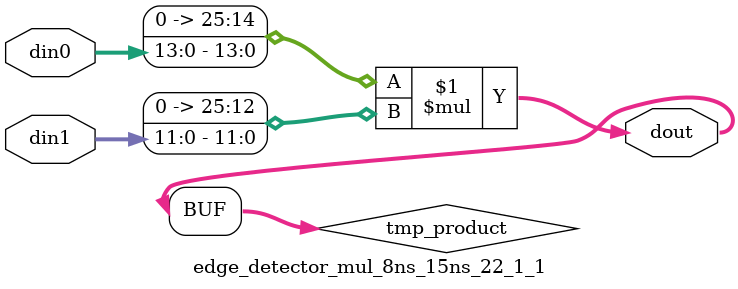
<source format=v>

`timescale 1 ns / 1 ps

  module edge_detector_mul_8ns_15ns_22_1_1(din0, din1, dout);
parameter ID = 1;
parameter NUM_STAGE = 0;
parameter din0_WIDTH = 14;
parameter din1_WIDTH = 12;
parameter dout_WIDTH = 26;

input [din0_WIDTH - 1 : 0] din0; 
input [din1_WIDTH - 1 : 0] din1; 
output [dout_WIDTH - 1 : 0] dout;

wire signed [dout_WIDTH - 1 : 0] tmp_product;










assign tmp_product = $signed({1'b0, din0}) * $signed({1'b0, din1});











assign dout = tmp_product;







endmodule

</source>
